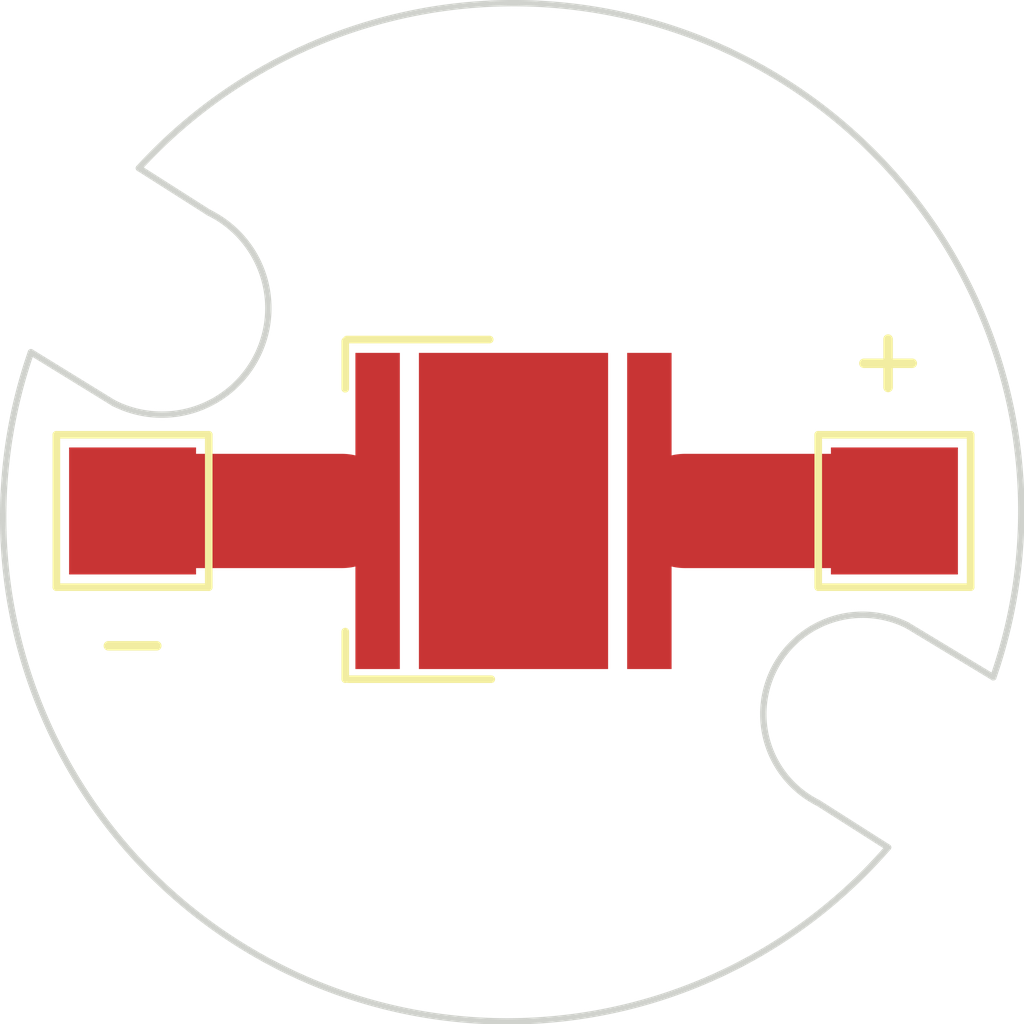
<source format=kicad_pcb>
(kicad_pcb (version 20211014) (generator pcbnew)
  (layers (0 "F.Cu" signal) (31 "B.Cu" signal) (34 "B.Paste" user) (35 "F.Paste" user) (36 "B.SilkS" user "B.Silkscreen") (37 "F.SilkS" user "F.Silkscreen") (38 "B.Mask" user) (39 "F.Mask" user) (44 "Edge.Cuts" user))
  (net 0 "")
  (net 1 "Net-(D1-Pad1)")
  (net 2 "Net-(D1-Pad2)")
  (footprint "MountingHole:MountingHole_2.2mm_M2" (layer "F.Cu") (at 103.175 94.500739)
    (fp_text reference "H1" hide)
    (fp_text value "MountingHole" hide)
    (pad "" np_thru_hole circle (at 0 0) (size 2.2 2.2) (drill 2.2) (layers *.Cu *.Mask))
  )
  (footprint "TestPoint:TestPoint_Pad_2.0x2.0mm" (layer "F.Cu") (at 94 100)
    (fp_text reference "TP1" hide)
    (fp_text value "-" (at 0 2.05) (layer "F.SilkS"))
    (fp_line (start -1.2 1.2) (end -1.2 -1.2) (layer "F.SilkS") (width 0.12))
    (fp_line (start -1.2 -1.2) (end 1.2 -1.2) (layer "F.SilkS") (width 0.12))
    (fp_line (start 1.2 -1.2) (end 1.2 1.2) (layer "F.SilkS") (width 0.12))
    (fp_line (start 1.2 1.2) (end -1.2 1.2) (layer "F.SilkS") (width 0.12))
    (pad "1" smd rect (at 0 0) (size 2 2) (layers "F.Cu" "F.Mask") (net 1 "Net-(D1-Pad1)"))
  )
  (footprint "MountingHole:MountingHole_2.2mm_M2" (layer "F.Cu") (at 96.825 105.499261)
    (fp_text reference "H2" hide)
    (fp_text value "MountingHole" hide)
    (pad "" np_thru_hole circle (at 0 0) (size 2.2 2.2) (drill 2.2) (layers *.Cu *.Mask))
  )
  (footprint "TestPoint:TestPoint_Pad_2.0x2.0mm" (layer "F.Cu") (at 106 100)
    (fp_text reference "TP2" hide)
    (fp_text value "+" (at -0.1 -2.4) (layer "F.SilkS"))
    (fp_line (start -1.2 1.2) (end -1.2 -1.2) (layer "F.SilkS") (width 0.12))
    (fp_line (start 1.2 -1.2) (end 1.2 1.2) (layer "F.SilkS") (width 0.12))
    (fp_line (start -1.2 -1.2) (end 1.2 -1.2) (layer "F.SilkS") (width 0.12))
    (fp_line (start 1.2 1.2) (end -1.2 1.2) (layer "F.SilkS") (width 0.12))
    (pad "1" smd rect (at 0 0) (size 2 2) (layers "F.Cu" "F.Mask") (net 2 "Net-(D1-Pad2)"))
  )
  (footprint "LED_SMD:LED_Cree-XM" (layer "F.Cu") (at 100 100)
    (fp_text reference "D1" hide)
    (fp_text value "LED" hide)
    (fp_line (start -2.65 2.65) (end -2.65 1.9) (layer "F.SilkS") (width 0.12))
    (fp_line (start -2.65 -2.675) (end -2.65 -1.925) (layer "F.SilkS") (width 0.12))
    (fp_line (start -0.35 2.65) (end -2.6 2.65) (layer "F.SilkS") (width 0.12))
    (fp_line (start -0.375 -2.7) (end -2.625 -2.7) (layer "F.SilkS") (width 0.12))
    (pad "1" smd rect (at -2.14 0) (size 0.7 4.98) (layers "F.Cu" "F.Paste" "F.Mask") (net 1 "Net-(D1-Pad1)"))
    (pad "2" smd rect (at 2.14 0) (size 0.7 4.98) (layers "F.Cu" "F.Paste" "F.Mask") (net 2 "Net-(D1-Pad2)"))
    (pad "3" smd rect (at 0 0) (size 2.98 4.98) (layers "F.Cu" "F.Mask"))
  )
  (gr_line (start 104.8 104.599999) (end 105.9 105.3) (layer "Edge.Cuts") (width 0.1))
  (gr_line (start 106.2 101.800001) (end 107.556917 102.619731) (layer "Edge.Cuts") (width 0.1))
  (gr_arc (start 94.100001 94.600001) (mid 104.094553 93.129438) (end 107.556917 102.619731) (layer "Edge.Cuts") (width 0.1))
  (gr_arc (start 95.2 95.3) (mid 95.95 97.55) (end 93.7 98.3) (layer "Edge.Cuts") (width 0.1))
  (gr_arc (start 104.8 104.599999) (mid 104.100001 102.5) (end 106.2 101.800001) (layer "Edge.Cuts") (width 0.1))
  (gr_line (start 95.2 95.3) (end 94.1 94.6) (layer "Edge.Cuts") (width 0.1))
  (gr_arc (start 105.9 105.3) (mid 95.929139 106.974566) (end 92.4 97.5) (layer "Edge.Cuts") (width 0.1))
  (gr_line (start 93.7 98.3) (end 92.4 97.5) (layer "Edge.Cuts") (width 0.1))
  (segment (start 94 100) (end 97.3 100) (width 1.8) (layer "F.Cu") (net 1))
  (segment (start 102.7 100) (end 106 100) (width 1.8) (layer "F.Cu") (net 2))
)
</source>
